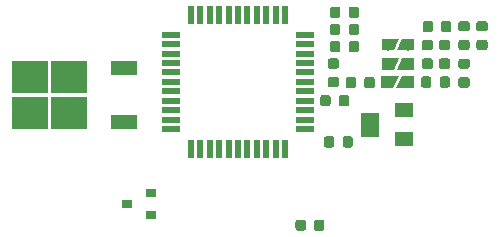
<source format=gbr>
G04 #@! TF.GenerationSoftware,KiCad,Pcbnew,(6.0.0-rc1-dev-950-ga5c892d9c)*
G04 #@! TF.CreationDate,2018-10-25T20:30:48+02:00*
G04 #@! TF.ProjectId,adc_7seg_v0,6164635F377365675F76302E6B696361,rev?*
G04 #@! TF.SameCoordinates,Original*
G04 #@! TF.FileFunction,Paste,Bot*
G04 #@! TF.FilePolarity,Positive*
%FSLAX46Y46*%
G04 Gerber Fmt 4.6, Leading zero omitted, Abs format (unit mm)*
G04 Created by KiCad (PCBNEW (6.0.0-rc1-dev-950-ga5c892d9c)) date 25.10.2018 20:30:48*
%MOMM*%
%LPD*%
G01*
G04 APERTURE LIST*
%ADD10R,0.900000X0.800000*%
%ADD11R,1.600000X1.300000*%
%ADD12R,1.600000X2.000000*%
%ADD13C,0.894426*%
%ADD14C,0.100000*%
%ADD15C,1.000000*%
%ADD16R,0.550000X1.500000*%
%ADD17R,1.500000X0.550000*%
%ADD18R,2.200000X1.200000*%
%ADD19R,3.050000X2.750000*%
%ADD20C,0.875000*%
G04 APERTURE END LIST*
D10*
G04 #@! TO.C,Q1*
X177593500Y-99888000D03*
X177593500Y-101788000D03*
X175593500Y-100838000D03*
G04 #@! TD*
D11*
G04 #@! TO.C,RV1*
X199062000Y-92857000D03*
D12*
X196162000Y-94107000D03*
D11*
X199062000Y-95357000D03*
G04 #@! TD*
D13*
G04 #@! TO.C,JP3*
X199151400Y-87325200D03*
D14*
G36*
X199401400Y-86825200D02*
X199901400Y-87825200D01*
X198401400Y-87825200D01*
X198901400Y-86825200D01*
X199401400Y-86825200D01*
X199401400Y-86825200D01*
G37*
D13*
X197901400Y-87325200D03*
D14*
G36*
X197651400Y-87825200D02*
X197151400Y-86825200D01*
X198651400Y-86825200D01*
X198151400Y-87825200D01*
X197651400Y-87825200D01*
X197651400Y-87825200D01*
G37*
D15*
X199401400Y-87325200D03*
D14*
G36*
X199901400Y-86825200D02*
X199901400Y-87825200D01*
X198901400Y-87825200D01*
X198901400Y-86825200D01*
X199901400Y-86825200D01*
X199901400Y-86825200D01*
G37*
D15*
X197651400Y-87325200D03*
D14*
G36*
X198151400Y-86825200D02*
X198151400Y-87825200D01*
X197151400Y-87825200D01*
X197151400Y-86825200D01*
X198151400Y-86825200D01*
X198151400Y-86825200D01*
G37*
G04 #@! TD*
D13*
G04 #@! TO.C,JP2*
X199151400Y-88976200D03*
D14*
G36*
X199401400Y-88476200D02*
X199901400Y-89476200D01*
X198401400Y-89476200D01*
X198901400Y-88476200D01*
X199401400Y-88476200D01*
X199401400Y-88476200D01*
G37*
D13*
X197901400Y-88976200D03*
D14*
G36*
X197651400Y-89476200D02*
X197151400Y-88476200D01*
X198651400Y-88476200D01*
X198151400Y-89476200D01*
X197651400Y-89476200D01*
X197651400Y-89476200D01*
G37*
D15*
X199401400Y-88976200D03*
D14*
G36*
X199901400Y-88476200D02*
X199901400Y-89476200D01*
X198901400Y-89476200D01*
X198901400Y-88476200D01*
X199901400Y-88476200D01*
X199901400Y-88476200D01*
G37*
D15*
X197651400Y-88976200D03*
D14*
G36*
X198151400Y-88476200D02*
X198151400Y-89476200D01*
X197151400Y-89476200D01*
X197151400Y-88476200D01*
X198151400Y-88476200D01*
X198151400Y-88476200D01*
G37*
G04 #@! TD*
D13*
G04 #@! TO.C,JP1*
X199087900Y-90500200D03*
D14*
G36*
X199337900Y-90000200D02*
X199837900Y-91000200D01*
X198337900Y-91000200D01*
X198837900Y-90000200D01*
X199337900Y-90000200D01*
X199337900Y-90000200D01*
G37*
D13*
X197837900Y-90500200D03*
D14*
G36*
X197587900Y-91000200D02*
X197087900Y-90000200D01*
X198587900Y-90000200D01*
X198087900Y-91000200D01*
X197587900Y-91000200D01*
X197587900Y-91000200D01*
G37*
D15*
X199337900Y-90500200D03*
D14*
G36*
X199837900Y-90000200D02*
X199837900Y-91000200D01*
X198837900Y-91000200D01*
X198837900Y-90000200D01*
X199837900Y-90000200D01*
X199837900Y-90000200D01*
G37*
D15*
X197587900Y-90500200D03*
D14*
G36*
X198087900Y-90000200D02*
X198087900Y-91000200D01*
X197087900Y-91000200D01*
X197087900Y-90000200D01*
X198087900Y-90000200D01*
X198087900Y-90000200D01*
G37*
G04 #@! TD*
D16*
G04 #@! TO.C,U2*
X188975500Y-96187500D03*
X188175500Y-96187500D03*
X187375500Y-96187500D03*
X186575500Y-96187500D03*
X185775500Y-96187500D03*
X184975500Y-96187500D03*
X184175500Y-96187500D03*
X183375500Y-96187500D03*
X182575500Y-96187500D03*
X181775500Y-96187500D03*
X180975500Y-96187500D03*
D17*
X179275500Y-94487500D03*
X179275500Y-93687500D03*
X179275500Y-92887500D03*
X179275500Y-92087500D03*
X179275500Y-91287500D03*
X179275500Y-90487500D03*
X179275500Y-89687500D03*
X179275500Y-88887500D03*
X179275500Y-88087500D03*
X179275500Y-87287500D03*
X179275500Y-86487500D03*
D16*
X180975500Y-84787500D03*
X181775500Y-84787500D03*
X182575500Y-84787500D03*
X183375500Y-84787500D03*
X184175500Y-84787500D03*
X184975500Y-84787500D03*
X185775500Y-84787500D03*
X186575500Y-84787500D03*
X187375500Y-84787500D03*
X188175500Y-84787500D03*
X188975500Y-84787500D03*
D17*
X190675500Y-86487500D03*
X190675500Y-87287500D03*
X190675500Y-88087500D03*
X190675500Y-88887500D03*
X190675500Y-89687500D03*
X190675500Y-90487500D03*
X190675500Y-91287500D03*
X190675500Y-92087500D03*
X190675500Y-92887500D03*
X190675500Y-93687500D03*
X190675500Y-94487500D03*
G04 #@! TD*
D18*
G04 #@! TO.C,U1*
X175337000Y-89287000D03*
X175337000Y-93847000D03*
D19*
X167362000Y-93092000D03*
X170712000Y-90042000D03*
X167362000Y-90042000D03*
X170712000Y-93092000D03*
G04 #@! TD*
D14*
G04 #@! TO.C,R13*
G36*
X194512191Y-95093553D02*
X194533426Y-95096703D01*
X194554250Y-95101919D01*
X194574462Y-95109151D01*
X194593868Y-95118330D01*
X194612281Y-95129366D01*
X194629524Y-95142154D01*
X194645430Y-95156570D01*
X194659846Y-95172476D01*
X194672634Y-95189719D01*
X194683670Y-95208132D01*
X194692849Y-95227538D01*
X194700081Y-95247750D01*
X194705297Y-95268574D01*
X194708447Y-95289809D01*
X194709500Y-95311250D01*
X194709500Y-95823750D01*
X194708447Y-95845191D01*
X194705297Y-95866426D01*
X194700081Y-95887250D01*
X194692849Y-95907462D01*
X194683670Y-95926868D01*
X194672634Y-95945281D01*
X194659846Y-95962524D01*
X194645430Y-95978430D01*
X194629524Y-95992846D01*
X194612281Y-96005634D01*
X194593868Y-96016670D01*
X194574462Y-96025849D01*
X194554250Y-96033081D01*
X194533426Y-96038297D01*
X194512191Y-96041447D01*
X194490750Y-96042500D01*
X194053250Y-96042500D01*
X194031809Y-96041447D01*
X194010574Y-96038297D01*
X193989750Y-96033081D01*
X193969538Y-96025849D01*
X193950132Y-96016670D01*
X193931719Y-96005634D01*
X193914476Y-95992846D01*
X193898570Y-95978430D01*
X193884154Y-95962524D01*
X193871366Y-95945281D01*
X193860330Y-95926868D01*
X193851151Y-95907462D01*
X193843919Y-95887250D01*
X193838703Y-95866426D01*
X193835553Y-95845191D01*
X193834500Y-95823750D01*
X193834500Y-95311250D01*
X193835553Y-95289809D01*
X193838703Y-95268574D01*
X193843919Y-95247750D01*
X193851151Y-95227538D01*
X193860330Y-95208132D01*
X193871366Y-95189719D01*
X193884154Y-95172476D01*
X193898570Y-95156570D01*
X193914476Y-95142154D01*
X193931719Y-95129366D01*
X193950132Y-95118330D01*
X193969538Y-95109151D01*
X193989750Y-95101919D01*
X194010574Y-95096703D01*
X194031809Y-95093553D01*
X194053250Y-95092500D01*
X194490750Y-95092500D01*
X194512191Y-95093553D01*
X194512191Y-95093553D01*
G37*
D20*
X194272000Y-95567500D03*
D14*
G36*
X192937191Y-95093553D02*
X192958426Y-95096703D01*
X192979250Y-95101919D01*
X192999462Y-95109151D01*
X193018868Y-95118330D01*
X193037281Y-95129366D01*
X193054524Y-95142154D01*
X193070430Y-95156570D01*
X193084846Y-95172476D01*
X193097634Y-95189719D01*
X193108670Y-95208132D01*
X193117849Y-95227538D01*
X193125081Y-95247750D01*
X193130297Y-95268574D01*
X193133447Y-95289809D01*
X193134500Y-95311250D01*
X193134500Y-95823750D01*
X193133447Y-95845191D01*
X193130297Y-95866426D01*
X193125081Y-95887250D01*
X193117849Y-95907462D01*
X193108670Y-95926868D01*
X193097634Y-95945281D01*
X193084846Y-95962524D01*
X193070430Y-95978430D01*
X193054524Y-95992846D01*
X193037281Y-96005634D01*
X193018868Y-96016670D01*
X192999462Y-96025849D01*
X192979250Y-96033081D01*
X192958426Y-96038297D01*
X192937191Y-96041447D01*
X192915750Y-96042500D01*
X192478250Y-96042500D01*
X192456809Y-96041447D01*
X192435574Y-96038297D01*
X192414750Y-96033081D01*
X192394538Y-96025849D01*
X192375132Y-96016670D01*
X192356719Y-96005634D01*
X192339476Y-95992846D01*
X192323570Y-95978430D01*
X192309154Y-95962524D01*
X192296366Y-95945281D01*
X192285330Y-95926868D01*
X192276151Y-95907462D01*
X192268919Y-95887250D01*
X192263703Y-95866426D01*
X192260553Y-95845191D01*
X192259500Y-95823750D01*
X192259500Y-95311250D01*
X192260553Y-95289809D01*
X192263703Y-95268574D01*
X192268919Y-95247750D01*
X192276151Y-95227538D01*
X192285330Y-95208132D01*
X192296366Y-95189719D01*
X192309154Y-95172476D01*
X192323570Y-95156570D01*
X192339476Y-95142154D01*
X192356719Y-95129366D01*
X192375132Y-95118330D01*
X192394538Y-95109151D01*
X192414750Y-95101919D01*
X192435574Y-95096703D01*
X192456809Y-95093553D01*
X192478250Y-95092500D01*
X192915750Y-95092500D01*
X192937191Y-95093553D01*
X192937191Y-95093553D01*
G37*
D20*
X192697000Y-95567500D03*
G04 #@! TD*
D14*
G04 #@! TO.C,R12*
G36*
X190524191Y-102142053D02*
X190545426Y-102145203D01*
X190566250Y-102150419D01*
X190586462Y-102157651D01*
X190605868Y-102166830D01*
X190624281Y-102177866D01*
X190641524Y-102190654D01*
X190657430Y-102205070D01*
X190671846Y-102220976D01*
X190684634Y-102238219D01*
X190695670Y-102256632D01*
X190704849Y-102276038D01*
X190712081Y-102296250D01*
X190717297Y-102317074D01*
X190720447Y-102338309D01*
X190721500Y-102359750D01*
X190721500Y-102872250D01*
X190720447Y-102893691D01*
X190717297Y-102914926D01*
X190712081Y-102935750D01*
X190704849Y-102955962D01*
X190695670Y-102975368D01*
X190684634Y-102993781D01*
X190671846Y-103011024D01*
X190657430Y-103026930D01*
X190641524Y-103041346D01*
X190624281Y-103054134D01*
X190605868Y-103065170D01*
X190586462Y-103074349D01*
X190566250Y-103081581D01*
X190545426Y-103086797D01*
X190524191Y-103089947D01*
X190502750Y-103091000D01*
X190065250Y-103091000D01*
X190043809Y-103089947D01*
X190022574Y-103086797D01*
X190001750Y-103081581D01*
X189981538Y-103074349D01*
X189962132Y-103065170D01*
X189943719Y-103054134D01*
X189926476Y-103041346D01*
X189910570Y-103026930D01*
X189896154Y-103011024D01*
X189883366Y-102993781D01*
X189872330Y-102975368D01*
X189863151Y-102955962D01*
X189855919Y-102935750D01*
X189850703Y-102914926D01*
X189847553Y-102893691D01*
X189846500Y-102872250D01*
X189846500Y-102359750D01*
X189847553Y-102338309D01*
X189850703Y-102317074D01*
X189855919Y-102296250D01*
X189863151Y-102276038D01*
X189872330Y-102256632D01*
X189883366Y-102238219D01*
X189896154Y-102220976D01*
X189910570Y-102205070D01*
X189926476Y-102190654D01*
X189943719Y-102177866D01*
X189962132Y-102166830D01*
X189981538Y-102157651D01*
X190001750Y-102150419D01*
X190022574Y-102145203D01*
X190043809Y-102142053D01*
X190065250Y-102141000D01*
X190502750Y-102141000D01*
X190524191Y-102142053D01*
X190524191Y-102142053D01*
G37*
D20*
X190284000Y-102616000D03*
D14*
G36*
X192099191Y-102142053D02*
X192120426Y-102145203D01*
X192141250Y-102150419D01*
X192161462Y-102157651D01*
X192180868Y-102166830D01*
X192199281Y-102177866D01*
X192216524Y-102190654D01*
X192232430Y-102205070D01*
X192246846Y-102220976D01*
X192259634Y-102238219D01*
X192270670Y-102256632D01*
X192279849Y-102276038D01*
X192287081Y-102296250D01*
X192292297Y-102317074D01*
X192295447Y-102338309D01*
X192296500Y-102359750D01*
X192296500Y-102872250D01*
X192295447Y-102893691D01*
X192292297Y-102914926D01*
X192287081Y-102935750D01*
X192279849Y-102955962D01*
X192270670Y-102975368D01*
X192259634Y-102993781D01*
X192246846Y-103011024D01*
X192232430Y-103026930D01*
X192216524Y-103041346D01*
X192199281Y-103054134D01*
X192180868Y-103065170D01*
X192161462Y-103074349D01*
X192141250Y-103081581D01*
X192120426Y-103086797D01*
X192099191Y-103089947D01*
X192077750Y-103091000D01*
X191640250Y-103091000D01*
X191618809Y-103089947D01*
X191597574Y-103086797D01*
X191576750Y-103081581D01*
X191556538Y-103074349D01*
X191537132Y-103065170D01*
X191518719Y-103054134D01*
X191501476Y-103041346D01*
X191485570Y-103026930D01*
X191471154Y-103011024D01*
X191458366Y-102993781D01*
X191447330Y-102975368D01*
X191438151Y-102955962D01*
X191430919Y-102935750D01*
X191425703Y-102914926D01*
X191422553Y-102893691D01*
X191421500Y-102872250D01*
X191421500Y-102359750D01*
X191422553Y-102338309D01*
X191425703Y-102317074D01*
X191430919Y-102296250D01*
X191438151Y-102276038D01*
X191447330Y-102256632D01*
X191458366Y-102238219D01*
X191471154Y-102220976D01*
X191485570Y-102205070D01*
X191501476Y-102190654D01*
X191518719Y-102177866D01*
X191537132Y-102166830D01*
X191556538Y-102157651D01*
X191576750Y-102150419D01*
X191597574Y-102145203D01*
X191618809Y-102142053D01*
X191640250Y-102141000D01*
X192077750Y-102141000D01*
X192099191Y-102142053D01*
X192099191Y-102142053D01*
G37*
D20*
X191859000Y-102616000D03*
G04 #@! TD*
D14*
G04 #@! TO.C,R10*
G36*
X193445191Y-85568553D02*
X193466426Y-85571703D01*
X193487250Y-85576919D01*
X193507462Y-85584151D01*
X193526868Y-85593330D01*
X193545281Y-85604366D01*
X193562524Y-85617154D01*
X193578430Y-85631570D01*
X193592846Y-85647476D01*
X193605634Y-85664719D01*
X193616670Y-85683132D01*
X193625849Y-85702538D01*
X193633081Y-85722750D01*
X193638297Y-85743574D01*
X193641447Y-85764809D01*
X193642500Y-85786250D01*
X193642500Y-86298750D01*
X193641447Y-86320191D01*
X193638297Y-86341426D01*
X193633081Y-86362250D01*
X193625849Y-86382462D01*
X193616670Y-86401868D01*
X193605634Y-86420281D01*
X193592846Y-86437524D01*
X193578430Y-86453430D01*
X193562524Y-86467846D01*
X193545281Y-86480634D01*
X193526868Y-86491670D01*
X193507462Y-86500849D01*
X193487250Y-86508081D01*
X193466426Y-86513297D01*
X193445191Y-86516447D01*
X193423750Y-86517500D01*
X192986250Y-86517500D01*
X192964809Y-86516447D01*
X192943574Y-86513297D01*
X192922750Y-86508081D01*
X192902538Y-86500849D01*
X192883132Y-86491670D01*
X192864719Y-86480634D01*
X192847476Y-86467846D01*
X192831570Y-86453430D01*
X192817154Y-86437524D01*
X192804366Y-86420281D01*
X192793330Y-86401868D01*
X192784151Y-86382462D01*
X192776919Y-86362250D01*
X192771703Y-86341426D01*
X192768553Y-86320191D01*
X192767500Y-86298750D01*
X192767500Y-85786250D01*
X192768553Y-85764809D01*
X192771703Y-85743574D01*
X192776919Y-85722750D01*
X192784151Y-85702538D01*
X192793330Y-85683132D01*
X192804366Y-85664719D01*
X192817154Y-85647476D01*
X192831570Y-85631570D01*
X192847476Y-85617154D01*
X192864719Y-85604366D01*
X192883132Y-85593330D01*
X192902538Y-85584151D01*
X192922750Y-85576919D01*
X192943574Y-85571703D01*
X192964809Y-85568553D01*
X192986250Y-85567500D01*
X193423750Y-85567500D01*
X193445191Y-85568553D01*
X193445191Y-85568553D01*
G37*
D20*
X193205000Y-86042500D03*
D14*
G36*
X195020191Y-85568553D02*
X195041426Y-85571703D01*
X195062250Y-85576919D01*
X195082462Y-85584151D01*
X195101868Y-85593330D01*
X195120281Y-85604366D01*
X195137524Y-85617154D01*
X195153430Y-85631570D01*
X195167846Y-85647476D01*
X195180634Y-85664719D01*
X195191670Y-85683132D01*
X195200849Y-85702538D01*
X195208081Y-85722750D01*
X195213297Y-85743574D01*
X195216447Y-85764809D01*
X195217500Y-85786250D01*
X195217500Y-86298750D01*
X195216447Y-86320191D01*
X195213297Y-86341426D01*
X195208081Y-86362250D01*
X195200849Y-86382462D01*
X195191670Y-86401868D01*
X195180634Y-86420281D01*
X195167846Y-86437524D01*
X195153430Y-86453430D01*
X195137524Y-86467846D01*
X195120281Y-86480634D01*
X195101868Y-86491670D01*
X195082462Y-86500849D01*
X195062250Y-86508081D01*
X195041426Y-86513297D01*
X195020191Y-86516447D01*
X194998750Y-86517500D01*
X194561250Y-86517500D01*
X194539809Y-86516447D01*
X194518574Y-86513297D01*
X194497750Y-86508081D01*
X194477538Y-86500849D01*
X194458132Y-86491670D01*
X194439719Y-86480634D01*
X194422476Y-86467846D01*
X194406570Y-86453430D01*
X194392154Y-86437524D01*
X194379366Y-86420281D01*
X194368330Y-86401868D01*
X194359151Y-86382462D01*
X194351919Y-86362250D01*
X194346703Y-86341426D01*
X194343553Y-86320191D01*
X194342500Y-86298750D01*
X194342500Y-85786250D01*
X194343553Y-85764809D01*
X194346703Y-85743574D01*
X194351919Y-85722750D01*
X194359151Y-85702538D01*
X194368330Y-85683132D01*
X194379366Y-85664719D01*
X194392154Y-85647476D01*
X194406570Y-85631570D01*
X194422476Y-85617154D01*
X194439719Y-85604366D01*
X194458132Y-85593330D01*
X194477538Y-85584151D01*
X194497750Y-85576919D01*
X194518574Y-85571703D01*
X194539809Y-85568553D01*
X194561250Y-85567500D01*
X194998750Y-85567500D01*
X195020191Y-85568553D01*
X195020191Y-85568553D01*
G37*
D20*
X194780000Y-86042500D03*
G04 #@! TD*
D14*
G04 #@! TO.C,R8*
G36*
X194778691Y-90077053D02*
X194799926Y-90080203D01*
X194820750Y-90085419D01*
X194840962Y-90092651D01*
X194860368Y-90101830D01*
X194878781Y-90112866D01*
X194896024Y-90125654D01*
X194911930Y-90140070D01*
X194926346Y-90155976D01*
X194939134Y-90173219D01*
X194950170Y-90191632D01*
X194959349Y-90211038D01*
X194966581Y-90231250D01*
X194971797Y-90252074D01*
X194974947Y-90273309D01*
X194976000Y-90294750D01*
X194976000Y-90807250D01*
X194974947Y-90828691D01*
X194971797Y-90849926D01*
X194966581Y-90870750D01*
X194959349Y-90890962D01*
X194950170Y-90910368D01*
X194939134Y-90928781D01*
X194926346Y-90946024D01*
X194911930Y-90961930D01*
X194896024Y-90976346D01*
X194878781Y-90989134D01*
X194860368Y-91000170D01*
X194840962Y-91009349D01*
X194820750Y-91016581D01*
X194799926Y-91021797D01*
X194778691Y-91024947D01*
X194757250Y-91026000D01*
X194319750Y-91026000D01*
X194298309Y-91024947D01*
X194277074Y-91021797D01*
X194256250Y-91016581D01*
X194236038Y-91009349D01*
X194216632Y-91000170D01*
X194198219Y-90989134D01*
X194180976Y-90976346D01*
X194165070Y-90961930D01*
X194150654Y-90946024D01*
X194137866Y-90928781D01*
X194126830Y-90910368D01*
X194117651Y-90890962D01*
X194110419Y-90870750D01*
X194105203Y-90849926D01*
X194102053Y-90828691D01*
X194101000Y-90807250D01*
X194101000Y-90294750D01*
X194102053Y-90273309D01*
X194105203Y-90252074D01*
X194110419Y-90231250D01*
X194117651Y-90211038D01*
X194126830Y-90191632D01*
X194137866Y-90173219D01*
X194150654Y-90155976D01*
X194165070Y-90140070D01*
X194180976Y-90125654D01*
X194198219Y-90112866D01*
X194216632Y-90101830D01*
X194236038Y-90092651D01*
X194256250Y-90085419D01*
X194277074Y-90080203D01*
X194298309Y-90077053D01*
X194319750Y-90076000D01*
X194757250Y-90076000D01*
X194778691Y-90077053D01*
X194778691Y-90077053D01*
G37*
D20*
X194538500Y-90551000D03*
D14*
G36*
X196353691Y-90077053D02*
X196374926Y-90080203D01*
X196395750Y-90085419D01*
X196415962Y-90092651D01*
X196435368Y-90101830D01*
X196453781Y-90112866D01*
X196471024Y-90125654D01*
X196486930Y-90140070D01*
X196501346Y-90155976D01*
X196514134Y-90173219D01*
X196525170Y-90191632D01*
X196534349Y-90211038D01*
X196541581Y-90231250D01*
X196546797Y-90252074D01*
X196549947Y-90273309D01*
X196551000Y-90294750D01*
X196551000Y-90807250D01*
X196549947Y-90828691D01*
X196546797Y-90849926D01*
X196541581Y-90870750D01*
X196534349Y-90890962D01*
X196525170Y-90910368D01*
X196514134Y-90928781D01*
X196501346Y-90946024D01*
X196486930Y-90961930D01*
X196471024Y-90976346D01*
X196453781Y-90989134D01*
X196435368Y-91000170D01*
X196415962Y-91009349D01*
X196395750Y-91016581D01*
X196374926Y-91021797D01*
X196353691Y-91024947D01*
X196332250Y-91026000D01*
X195894750Y-91026000D01*
X195873309Y-91024947D01*
X195852074Y-91021797D01*
X195831250Y-91016581D01*
X195811038Y-91009349D01*
X195791632Y-91000170D01*
X195773219Y-90989134D01*
X195755976Y-90976346D01*
X195740070Y-90961930D01*
X195725654Y-90946024D01*
X195712866Y-90928781D01*
X195701830Y-90910368D01*
X195692651Y-90890962D01*
X195685419Y-90870750D01*
X195680203Y-90849926D01*
X195677053Y-90828691D01*
X195676000Y-90807250D01*
X195676000Y-90294750D01*
X195677053Y-90273309D01*
X195680203Y-90252074D01*
X195685419Y-90231250D01*
X195692651Y-90211038D01*
X195701830Y-90191632D01*
X195712866Y-90173219D01*
X195725654Y-90155976D01*
X195740070Y-90140070D01*
X195755976Y-90125654D01*
X195773219Y-90112866D01*
X195791632Y-90101830D01*
X195811038Y-90092651D01*
X195831250Y-90085419D01*
X195852074Y-90080203D01*
X195873309Y-90077053D01*
X195894750Y-90076000D01*
X196332250Y-90076000D01*
X196353691Y-90077053D01*
X196353691Y-90077053D01*
G37*
D20*
X196113500Y-90551000D03*
G04 #@! TD*
D14*
G04 #@! TO.C,R7*
G36*
X202856091Y-85327253D02*
X202877326Y-85330403D01*
X202898150Y-85335619D01*
X202918362Y-85342851D01*
X202937768Y-85352030D01*
X202956181Y-85363066D01*
X202973424Y-85375854D01*
X202989330Y-85390270D01*
X203003746Y-85406176D01*
X203016534Y-85423419D01*
X203027570Y-85441832D01*
X203036749Y-85461238D01*
X203043981Y-85481450D01*
X203049197Y-85502274D01*
X203052347Y-85523509D01*
X203053400Y-85544950D01*
X203053400Y-86057450D01*
X203052347Y-86078891D01*
X203049197Y-86100126D01*
X203043981Y-86120950D01*
X203036749Y-86141162D01*
X203027570Y-86160568D01*
X203016534Y-86178981D01*
X203003746Y-86196224D01*
X202989330Y-86212130D01*
X202973424Y-86226546D01*
X202956181Y-86239334D01*
X202937768Y-86250370D01*
X202918362Y-86259549D01*
X202898150Y-86266781D01*
X202877326Y-86271997D01*
X202856091Y-86275147D01*
X202834650Y-86276200D01*
X202397150Y-86276200D01*
X202375709Y-86275147D01*
X202354474Y-86271997D01*
X202333650Y-86266781D01*
X202313438Y-86259549D01*
X202294032Y-86250370D01*
X202275619Y-86239334D01*
X202258376Y-86226546D01*
X202242470Y-86212130D01*
X202228054Y-86196224D01*
X202215266Y-86178981D01*
X202204230Y-86160568D01*
X202195051Y-86141162D01*
X202187819Y-86120950D01*
X202182603Y-86100126D01*
X202179453Y-86078891D01*
X202178400Y-86057450D01*
X202178400Y-85544950D01*
X202179453Y-85523509D01*
X202182603Y-85502274D01*
X202187819Y-85481450D01*
X202195051Y-85461238D01*
X202204230Y-85441832D01*
X202215266Y-85423419D01*
X202228054Y-85406176D01*
X202242470Y-85390270D01*
X202258376Y-85375854D01*
X202275619Y-85363066D01*
X202294032Y-85352030D01*
X202313438Y-85342851D01*
X202333650Y-85335619D01*
X202354474Y-85330403D01*
X202375709Y-85327253D01*
X202397150Y-85326200D01*
X202834650Y-85326200D01*
X202856091Y-85327253D01*
X202856091Y-85327253D01*
G37*
D20*
X202615900Y-85801200D03*
D14*
G36*
X201281091Y-85327253D02*
X201302326Y-85330403D01*
X201323150Y-85335619D01*
X201343362Y-85342851D01*
X201362768Y-85352030D01*
X201381181Y-85363066D01*
X201398424Y-85375854D01*
X201414330Y-85390270D01*
X201428746Y-85406176D01*
X201441534Y-85423419D01*
X201452570Y-85441832D01*
X201461749Y-85461238D01*
X201468981Y-85481450D01*
X201474197Y-85502274D01*
X201477347Y-85523509D01*
X201478400Y-85544950D01*
X201478400Y-86057450D01*
X201477347Y-86078891D01*
X201474197Y-86100126D01*
X201468981Y-86120950D01*
X201461749Y-86141162D01*
X201452570Y-86160568D01*
X201441534Y-86178981D01*
X201428746Y-86196224D01*
X201414330Y-86212130D01*
X201398424Y-86226546D01*
X201381181Y-86239334D01*
X201362768Y-86250370D01*
X201343362Y-86259549D01*
X201323150Y-86266781D01*
X201302326Y-86271997D01*
X201281091Y-86275147D01*
X201259650Y-86276200D01*
X200822150Y-86276200D01*
X200800709Y-86275147D01*
X200779474Y-86271997D01*
X200758650Y-86266781D01*
X200738438Y-86259549D01*
X200719032Y-86250370D01*
X200700619Y-86239334D01*
X200683376Y-86226546D01*
X200667470Y-86212130D01*
X200653054Y-86196224D01*
X200640266Y-86178981D01*
X200629230Y-86160568D01*
X200620051Y-86141162D01*
X200612819Y-86120950D01*
X200607603Y-86100126D01*
X200604453Y-86078891D01*
X200603400Y-86057450D01*
X200603400Y-85544950D01*
X200604453Y-85523509D01*
X200607603Y-85502274D01*
X200612819Y-85481450D01*
X200620051Y-85461238D01*
X200629230Y-85441832D01*
X200640266Y-85423419D01*
X200653054Y-85406176D01*
X200667470Y-85390270D01*
X200683376Y-85375854D01*
X200700619Y-85363066D01*
X200719032Y-85352030D01*
X200738438Y-85342851D01*
X200758650Y-85335619D01*
X200779474Y-85330403D01*
X200800709Y-85327253D01*
X200822150Y-85326200D01*
X201259650Y-85326200D01*
X201281091Y-85327253D01*
X201281091Y-85327253D01*
G37*
D20*
X201040900Y-85801200D03*
G04 #@! TD*
D14*
G04 #@! TO.C,R6*
G36*
X205916091Y-86914253D02*
X205937326Y-86917403D01*
X205958150Y-86922619D01*
X205978362Y-86929851D01*
X205997768Y-86939030D01*
X206016181Y-86950066D01*
X206033424Y-86962854D01*
X206049330Y-86977270D01*
X206063746Y-86993176D01*
X206076534Y-87010419D01*
X206087570Y-87028832D01*
X206096749Y-87048238D01*
X206103981Y-87068450D01*
X206109197Y-87089274D01*
X206112347Y-87110509D01*
X206113400Y-87131950D01*
X206113400Y-87569450D01*
X206112347Y-87590891D01*
X206109197Y-87612126D01*
X206103981Y-87632950D01*
X206096749Y-87653162D01*
X206087570Y-87672568D01*
X206076534Y-87690981D01*
X206063746Y-87708224D01*
X206049330Y-87724130D01*
X206033424Y-87738546D01*
X206016181Y-87751334D01*
X205997768Y-87762370D01*
X205978362Y-87771549D01*
X205958150Y-87778781D01*
X205937326Y-87783997D01*
X205916091Y-87787147D01*
X205894650Y-87788200D01*
X205382150Y-87788200D01*
X205360709Y-87787147D01*
X205339474Y-87783997D01*
X205318650Y-87778781D01*
X205298438Y-87771549D01*
X205279032Y-87762370D01*
X205260619Y-87751334D01*
X205243376Y-87738546D01*
X205227470Y-87724130D01*
X205213054Y-87708224D01*
X205200266Y-87690981D01*
X205189230Y-87672568D01*
X205180051Y-87653162D01*
X205172819Y-87632950D01*
X205167603Y-87612126D01*
X205164453Y-87590891D01*
X205163400Y-87569450D01*
X205163400Y-87131950D01*
X205164453Y-87110509D01*
X205167603Y-87089274D01*
X205172819Y-87068450D01*
X205180051Y-87048238D01*
X205189230Y-87028832D01*
X205200266Y-87010419D01*
X205213054Y-86993176D01*
X205227470Y-86977270D01*
X205243376Y-86962854D01*
X205260619Y-86950066D01*
X205279032Y-86939030D01*
X205298438Y-86929851D01*
X205318650Y-86922619D01*
X205339474Y-86917403D01*
X205360709Y-86914253D01*
X205382150Y-86913200D01*
X205894650Y-86913200D01*
X205916091Y-86914253D01*
X205916091Y-86914253D01*
G37*
D20*
X205638400Y-87350700D03*
D14*
G36*
X205916091Y-85339253D02*
X205937326Y-85342403D01*
X205958150Y-85347619D01*
X205978362Y-85354851D01*
X205997768Y-85364030D01*
X206016181Y-85375066D01*
X206033424Y-85387854D01*
X206049330Y-85402270D01*
X206063746Y-85418176D01*
X206076534Y-85435419D01*
X206087570Y-85453832D01*
X206096749Y-85473238D01*
X206103981Y-85493450D01*
X206109197Y-85514274D01*
X206112347Y-85535509D01*
X206113400Y-85556950D01*
X206113400Y-85994450D01*
X206112347Y-86015891D01*
X206109197Y-86037126D01*
X206103981Y-86057950D01*
X206096749Y-86078162D01*
X206087570Y-86097568D01*
X206076534Y-86115981D01*
X206063746Y-86133224D01*
X206049330Y-86149130D01*
X206033424Y-86163546D01*
X206016181Y-86176334D01*
X205997768Y-86187370D01*
X205978362Y-86196549D01*
X205958150Y-86203781D01*
X205937326Y-86208997D01*
X205916091Y-86212147D01*
X205894650Y-86213200D01*
X205382150Y-86213200D01*
X205360709Y-86212147D01*
X205339474Y-86208997D01*
X205318650Y-86203781D01*
X205298438Y-86196549D01*
X205279032Y-86187370D01*
X205260619Y-86176334D01*
X205243376Y-86163546D01*
X205227470Y-86149130D01*
X205213054Y-86133224D01*
X205200266Y-86115981D01*
X205189230Y-86097568D01*
X205180051Y-86078162D01*
X205172819Y-86057950D01*
X205167603Y-86037126D01*
X205164453Y-86015891D01*
X205163400Y-85994450D01*
X205163400Y-85556950D01*
X205164453Y-85535509D01*
X205167603Y-85514274D01*
X205172819Y-85493450D01*
X205180051Y-85473238D01*
X205189230Y-85453832D01*
X205200266Y-85435419D01*
X205213054Y-85418176D01*
X205227470Y-85402270D01*
X205243376Y-85387854D01*
X205260619Y-85375066D01*
X205279032Y-85364030D01*
X205298438Y-85354851D01*
X205318650Y-85347619D01*
X205339474Y-85342403D01*
X205360709Y-85339253D01*
X205382150Y-85338200D01*
X205894650Y-85338200D01*
X205916091Y-85339253D01*
X205916091Y-85339253D01*
G37*
D20*
X205638400Y-85775700D03*
G04 #@! TD*
D14*
G04 #@! TO.C,R5*
G36*
X201280591Y-88501753D02*
X201301826Y-88504903D01*
X201322650Y-88510119D01*
X201342862Y-88517351D01*
X201362268Y-88526530D01*
X201380681Y-88537566D01*
X201397924Y-88550354D01*
X201413830Y-88564770D01*
X201428246Y-88580676D01*
X201441034Y-88597919D01*
X201452070Y-88616332D01*
X201461249Y-88635738D01*
X201468481Y-88655950D01*
X201473697Y-88676774D01*
X201476847Y-88698009D01*
X201477900Y-88719450D01*
X201477900Y-89156950D01*
X201476847Y-89178391D01*
X201473697Y-89199626D01*
X201468481Y-89220450D01*
X201461249Y-89240662D01*
X201452070Y-89260068D01*
X201441034Y-89278481D01*
X201428246Y-89295724D01*
X201413830Y-89311630D01*
X201397924Y-89326046D01*
X201380681Y-89338834D01*
X201362268Y-89349870D01*
X201342862Y-89359049D01*
X201322650Y-89366281D01*
X201301826Y-89371497D01*
X201280591Y-89374647D01*
X201259150Y-89375700D01*
X200746650Y-89375700D01*
X200725209Y-89374647D01*
X200703974Y-89371497D01*
X200683150Y-89366281D01*
X200662938Y-89359049D01*
X200643532Y-89349870D01*
X200625119Y-89338834D01*
X200607876Y-89326046D01*
X200591970Y-89311630D01*
X200577554Y-89295724D01*
X200564766Y-89278481D01*
X200553730Y-89260068D01*
X200544551Y-89240662D01*
X200537319Y-89220450D01*
X200532103Y-89199626D01*
X200528953Y-89178391D01*
X200527900Y-89156950D01*
X200527900Y-88719450D01*
X200528953Y-88698009D01*
X200532103Y-88676774D01*
X200537319Y-88655950D01*
X200544551Y-88635738D01*
X200553730Y-88616332D01*
X200564766Y-88597919D01*
X200577554Y-88580676D01*
X200591970Y-88564770D01*
X200607876Y-88550354D01*
X200625119Y-88537566D01*
X200643532Y-88526530D01*
X200662938Y-88517351D01*
X200683150Y-88510119D01*
X200703974Y-88504903D01*
X200725209Y-88501753D01*
X200746650Y-88500700D01*
X201259150Y-88500700D01*
X201280591Y-88501753D01*
X201280591Y-88501753D01*
G37*
D20*
X201002900Y-88938200D03*
D14*
G36*
X201280591Y-86926753D02*
X201301826Y-86929903D01*
X201322650Y-86935119D01*
X201342862Y-86942351D01*
X201362268Y-86951530D01*
X201380681Y-86962566D01*
X201397924Y-86975354D01*
X201413830Y-86989770D01*
X201428246Y-87005676D01*
X201441034Y-87022919D01*
X201452070Y-87041332D01*
X201461249Y-87060738D01*
X201468481Y-87080950D01*
X201473697Y-87101774D01*
X201476847Y-87123009D01*
X201477900Y-87144450D01*
X201477900Y-87581950D01*
X201476847Y-87603391D01*
X201473697Y-87624626D01*
X201468481Y-87645450D01*
X201461249Y-87665662D01*
X201452070Y-87685068D01*
X201441034Y-87703481D01*
X201428246Y-87720724D01*
X201413830Y-87736630D01*
X201397924Y-87751046D01*
X201380681Y-87763834D01*
X201362268Y-87774870D01*
X201342862Y-87784049D01*
X201322650Y-87791281D01*
X201301826Y-87796497D01*
X201280591Y-87799647D01*
X201259150Y-87800700D01*
X200746650Y-87800700D01*
X200725209Y-87799647D01*
X200703974Y-87796497D01*
X200683150Y-87791281D01*
X200662938Y-87784049D01*
X200643532Y-87774870D01*
X200625119Y-87763834D01*
X200607876Y-87751046D01*
X200591970Y-87736630D01*
X200577554Y-87720724D01*
X200564766Y-87703481D01*
X200553730Y-87685068D01*
X200544551Y-87665662D01*
X200537319Y-87645450D01*
X200532103Y-87624626D01*
X200528953Y-87603391D01*
X200527900Y-87581950D01*
X200527900Y-87144450D01*
X200528953Y-87123009D01*
X200532103Y-87101774D01*
X200537319Y-87080950D01*
X200544551Y-87060738D01*
X200553730Y-87041332D01*
X200564766Y-87022919D01*
X200577554Y-87005676D01*
X200591970Y-86989770D01*
X200607876Y-86975354D01*
X200625119Y-86962566D01*
X200643532Y-86951530D01*
X200662938Y-86942351D01*
X200683150Y-86935119D01*
X200703974Y-86929903D01*
X200725209Y-86926753D01*
X200746650Y-86925700D01*
X201259150Y-86925700D01*
X201280591Y-86926753D01*
X201280591Y-86926753D01*
G37*
D20*
X201002900Y-87363200D03*
G04 #@! TD*
D14*
G04 #@! TO.C,R4*
G36*
X204392091Y-90089253D02*
X204413326Y-90092403D01*
X204434150Y-90097619D01*
X204454362Y-90104851D01*
X204473768Y-90114030D01*
X204492181Y-90125066D01*
X204509424Y-90137854D01*
X204525330Y-90152270D01*
X204539746Y-90168176D01*
X204552534Y-90185419D01*
X204563570Y-90203832D01*
X204572749Y-90223238D01*
X204579981Y-90243450D01*
X204585197Y-90264274D01*
X204588347Y-90285509D01*
X204589400Y-90306950D01*
X204589400Y-90744450D01*
X204588347Y-90765891D01*
X204585197Y-90787126D01*
X204579981Y-90807950D01*
X204572749Y-90828162D01*
X204563570Y-90847568D01*
X204552534Y-90865981D01*
X204539746Y-90883224D01*
X204525330Y-90899130D01*
X204509424Y-90913546D01*
X204492181Y-90926334D01*
X204473768Y-90937370D01*
X204454362Y-90946549D01*
X204434150Y-90953781D01*
X204413326Y-90958997D01*
X204392091Y-90962147D01*
X204370650Y-90963200D01*
X203858150Y-90963200D01*
X203836709Y-90962147D01*
X203815474Y-90958997D01*
X203794650Y-90953781D01*
X203774438Y-90946549D01*
X203755032Y-90937370D01*
X203736619Y-90926334D01*
X203719376Y-90913546D01*
X203703470Y-90899130D01*
X203689054Y-90883224D01*
X203676266Y-90865981D01*
X203665230Y-90847568D01*
X203656051Y-90828162D01*
X203648819Y-90807950D01*
X203643603Y-90787126D01*
X203640453Y-90765891D01*
X203639400Y-90744450D01*
X203639400Y-90306950D01*
X203640453Y-90285509D01*
X203643603Y-90264274D01*
X203648819Y-90243450D01*
X203656051Y-90223238D01*
X203665230Y-90203832D01*
X203676266Y-90185419D01*
X203689054Y-90168176D01*
X203703470Y-90152270D01*
X203719376Y-90137854D01*
X203736619Y-90125066D01*
X203755032Y-90114030D01*
X203774438Y-90104851D01*
X203794650Y-90097619D01*
X203815474Y-90092403D01*
X203836709Y-90089253D01*
X203858150Y-90088200D01*
X204370650Y-90088200D01*
X204392091Y-90089253D01*
X204392091Y-90089253D01*
G37*
D20*
X204114400Y-90525700D03*
D14*
G36*
X204392091Y-88514253D02*
X204413326Y-88517403D01*
X204434150Y-88522619D01*
X204454362Y-88529851D01*
X204473768Y-88539030D01*
X204492181Y-88550066D01*
X204509424Y-88562854D01*
X204525330Y-88577270D01*
X204539746Y-88593176D01*
X204552534Y-88610419D01*
X204563570Y-88628832D01*
X204572749Y-88648238D01*
X204579981Y-88668450D01*
X204585197Y-88689274D01*
X204588347Y-88710509D01*
X204589400Y-88731950D01*
X204589400Y-89169450D01*
X204588347Y-89190891D01*
X204585197Y-89212126D01*
X204579981Y-89232950D01*
X204572749Y-89253162D01*
X204563570Y-89272568D01*
X204552534Y-89290981D01*
X204539746Y-89308224D01*
X204525330Y-89324130D01*
X204509424Y-89338546D01*
X204492181Y-89351334D01*
X204473768Y-89362370D01*
X204454362Y-89371549D01*
X204434150Y-89378781D01*
X204413326Y-89383997D01*
X204392091Y-89387147D01*
X204370650Y-89388200D01*
X203858150Y-89388200D01*
X203836709Y-89387147D01*
X203815474Y-89383997D01*
X203794650Y-89378781D01*
X203774438Y-89371549D01*
X203755032Y-89362370D01*
X203736619Y-89351334D01*
X203719376Y-89338546D01*
X203703470Y-89324130D01*
X203689054Y-89308224D01*
X203676266Y-89290981D01*
X203665230Y-89272568D01*
X203656051Y-89253162D01*
X203648819Y-89232950D01*
X203643603Y-89212126D01*
X203640453Y-89190891D01*
X203639400Y-89169450D01*
X203639400Y-88731950D01*
X203640453Y-88710509D01*
X203643603Y-88689274D01*
X203648819Y-88668450D01*
X203656051Y-88648238D01*
X203665230Y-88628832D01*
X203676266Y-88610419D01*
X203689054Y-88593176D01*
X203703470Y-88577270D01*
X203719376Y-88562854D01*
X203736619Y-88550066D01*
X203755032Y-88539030D01*
X203774438Y-88529851D01*
X203794650Y-88522619D01*
X203815474Y-88517403D01*
X203836709Y-88514253D01*
X203858150Y-88513200D01*
X204370650Y-88513200D01*
X204392091Y-88514253D01*
X204392091Y-88514253D01*
G37*
D20*
X204114400Y-88950700D03*
G04 #@! TD*
D14*
G04 #@! TO.C,R3*
G36*
X201154091Y-90026253D02*
X201175326Y-90029403D01*
X201196150Y-90034619D01*
X201216362Y-90041851D01*
X201235768Y-90051030D01*
X201254181Y-90062066D01*
X201271424Y-90074854D01*
X201287330Y-90089270D01*
X201301746Y-90105176D01*
X201314534Y-90122419D01*
X201325570Y-90140832D01*
X201334749Y-90160238D01*
X201341981Y-90180450D01*
X201347197Y-90201274D01*
X201350347Y-90222509D01*
X201351400Y-90243950D01*
X201351400Y-90756450D01*
X201350347Y-90777891D01*
X201347197Y-90799126D01*
X201341981Y-90819950D01*
X201334749Y-90840162D01*
X201325570Y-90859568D01*
X201314534Y-90877981D01*
X201301746Y-90895224D01*
X201287330Y-90911130D01*
X201271424Y-90925546D01*
X201254181Y-90938334D01*
X201235768Y-90949370D01*
X201216362Y-90958549D01*
X201196150Y-90965781D01*
X201175326Y-90970997D01*
X201154091Y-90974147D01*
X201132650Y-90975200D01*
X200695150Y-90975200D01*
X200673709Y-90974147D01*
X200652474Y-90970997D01*
X200631650Y-90965781D01*
X200611438Y-90958549D01*
X200592032Y-90949370D01*
X200573619Y-90938334D01*
X200556376Y-90925546D01*
X200540470Y-90911130D01*
X200526054Y-90895224D01*
X200513266Y-90877981D01*
X200502230Y-90859568D01*
X200493051Y-90840162D01*
X200485819Y-90819950D01*
X200480603Y-90799126D01*
X200477453Y-90777891D01*
X200476400Y-90756450D01*
X200476400Y-90243950D01*
X200477453Y-90222509D01*
X200480603Y-90201274D01*
X200485819Y-90180450D01*
X200493051Y-90160238D01*
X200502230Y-90140832D01*
X200513266Y-90122419D01*
X200526054Y-90105176D01*
X200540470Y-90089270D01*
X200556376Y-90074854D01*
X200573619Y-90062066D01*
X200592032Y-90051030D01*
X200611438Y-90041851D01*
X200631650Y-90034619D01*
X200652474Y-90029403D01*
X200673709Y-90026253D01*
X200695150Y-90025200D01*
X201132650Y-90025200D01*
X201154091Y-90026253D01*
X201154091Y-90026253D01*
G37*
D20*
X200913900Y-90500200D03*
D14*
G36*
X202729091Y-90026253D02*
X202750326Y-90029403D01*
X202771150Y-90034619D01*
X202791362Y-90041851D01*
X202810768Y-90051030D01*
X202829181Y-90062066D01*
X202846424Y-90074854D01*
X202862330Y-90089270D01*
X202876746Y-90105176D01*
X202889534Y-90122419D01*
X202900570Y-90140832D01*
X202909749Y-90160238D01*
X202916981Y-90180450D01*
X202922197Y-90201274D01*
X202925347Y-90222509D01*
X202926400Y-90243950D01*
X202926400Y-90756450D01*
X202925347Y-90777891D01*
X202922197Y-90799126D01*
X202916981Y-90819950D01*
X202909749Y-90840162D01*
X202900570Y-90859568D01*
X202889534Y-90877981D01*
X202876746Y-90895224D01*
X202862330Y-90911130D01*
X202846424Y-90925546D01*
X202829181Y-90938334D01*
X202810768Y-90949370D01*
X202791362Y-90958549D01*
X202771150Y-90965781D01*
X202750326Y-90970997D01*
X202729091Y-90974147D01*
X202707650Y-90975200D01*
X202270150Y-90975200D01*
X202248709Y-90974147D01*
X202227474Y-90970997D01*
X202206650Y-90965781D01*
X202186438Y-90958549D01*
X202167032Y-90949370D01*
X202148619Y-90938334D01*
X202131376Y-90925546D01*
X202115470Y-90911130D01*
X202101054Y-90895224D01*
X202088266Y-90877981D01*
X202077230Y-90859568D01*
X202068051Y-90840162D01*
X202060819Y-90819950D01*
X202055603Y-90799126D01*
X202052453Y-90777891D01*
X202051400Y-90756450D01*
X202051400Y-90243950D01*
X202052453Y-90222509D01*
X202055603Y-90201274D01*
X202060819Y-90180450D01*
X202068051Y-90160238D01*
X202077230Y-90140832D01*
X202088266Y-90122419D01*
X202101054Y-90105176D01*
X202115470Y-90089270D01*
X202131376Y-90074854D01*
X202148619Y-90062066D01*
X202167032Y-90051030D01*
X202186438Y-90041851D01*
X202206650Y-90034619D01*
X202227474Y-90029403D01*
X202248709Y-90026253D01*
X202270150Y-90025200D01*
X202707650Y-90025200D01*
X202729091Y-90026253D01*
X202729091Y-90026253D01*
G37*
D20*
X202488900Y-90500200D03*
G04 #@! TD*
D14*
G04 #@! TO.C,R2*
G36*
X204392091Y-86914253D02*
X204413326Y-86917403D01*
X204434150Y-86922619D01*
X204454362Y-86929851D01*
X204473768Y-86939030D01*
X204492181Y-86950066D01*
X204509424Y-86962854D01*
X204525330Y-86977270D01*
X204539746Y-86993176D01*
X204552534Y-87010419D01*
X204563570Y-87028832D01*
X204572749Y-87048238D01*
X204579981Y-87068450D01*
X204585197Y-87089274D01*
X204588347Y-87110509D01*
X204589400Y-87131950D01*
X204589400Y-87569450D01*
X204588347Y-87590891D01*
X204585197Y-87612126D01*
X204579981Y-87632950D01*
X204572749Y-87653162D01*
X204563570Y-87672568D01*
X204552534Y-87690981D01*
X204539746Y-87708224D01*
X204525330Y-87724130D01*
X204509424Y-87738546D01*
X204492181Y-87751334D01*
X204473768Y-87762370D01*
X204454362Y-87771549D01*
X204434150Y-87778781D01*
X204413326Y-87783997D01*
X204392091Y-87787147D01*
X204370650Y-87788200D01*
X203858150Y-87788200D01*
X203836709Y-87787147D01*
X203815474Y-87783997D01*
X203794650Y-87778781D01*
X203774438Y-87771549D01*
X203755032Y-87762370D01*
X203736619Y-87751334D01*
X203719376Y-87738546D01*
X203703470Y-87724130D01*
X203689054Y-87708224D01*
X203676266Y-87690981D01*
X203665230Y-87672568D01*
X203656051Y-87653162D01*
X203648819Y-87632950D01*
X203643603Y-87612126D01*
X203640453Y-87590891D01*
X203639400Y-87569450D01*
X203639400Y-87131950D01*
X203640453Y-87110509D01*
X203643603Y-87089274D01*
X203648819Y-87068450D01*
X203656051Y-87048238D01*
X203665230Y-87028832D01*
X203676266Y-87010419D01*
X203689054Y-86993176D01*
X203703470Y-86977270D01*
X203719376Y-86962854D01*
X203736619Y-86950066D01*
X203755032Y-86939030D01*
X203774438Y-86929851D01*
X203794650Y-86922619D01*
X203815474Y-86917403D01*
X203836709Y-86914253D01*
X203858150Y-86913200D01*
X204370650Y-86913200D01*
X204392091Y-86914253D01*
X204392091Y-86914253D01*
G37*
D20*
X204114400Y-87350700D03*
D14*
G36*
X204392091Y-85339253D02*
X204413326Y-85342403D01*
X204434150Y-85347619D01*
X204454362Y-85354851D01*
X204473768Y-85364030D01*
X204492181Y-85375066D01*
X204509424Y-85387854D01*
X204525330Y-85402270D01*
X204539746Y-85418176D01*
X204552534Y-85435419D01*
X204563570Y-85453832D01*
X204572749Y-85473238D01*
X204579981Y-85493450D01*
X204585197Y-85514274D01*
X204588347Y-85535509D01*
X204589400Y-85556950D01*
X204589400Y-85994450D01*
X204588347Y-86015891D01*
X204585197Y-86037126D01*
X204579981Y-86057950D01*
X204572749Y-86078162D01*
X204563570Y-86097568D01*
X204552534Y-86115981D01*
X204539746Y-86133224D01*
X204525330Y-86149130D01*
X204509424Y-86163546D01*
X204492181Y-86176334D01*
X204473768Y-86187370D01*
X204454362Y-86196549D01*
X204434150Y-86203781D01*
X204413326Y-86208997D01*
X204392091Y-86212147D01*
X204370650Y-86213200D01*
X203858150Y-86213200D01*
X203836709Y-86212147D01*
X203815474Y-86208997D01*
X203794650Y-86203781D01*
X203774438Y-86196549D01*
X203755032Y-86187370D01*
X203736619Y-86176334D01*
X203719376Y-86163546D01*
X203703470Y-86149130D01*
X203689054Y-86133224D01*
X203676266Y-86115981D01*
X203665230Y-86097568D01*
X203656051Y-86078162D01*
X203648819Y-86057950D01*
X203643603Y-86037126D01*
X203640453Y-86015891D01*
X203639400Y-85994450D01*
X203639400Y-85556950D01*
X203640453Y-85535509D01*
X203643603Y-85514274D01*
X203648819Y-85493450D01*
X203656051Y-85473238D01*
X203665230Y-85453832D01*
X203676266Y-85435419D01*
X203689054Y-85418176D01*
X203703470Y-85402270D01*
X203719376Y-85387854D01*
X203736619Y-85375066D01*
X203755032Y-85364030D01*
X203774438Y-85354851D01*
X203794650Y-85347619D01*
X203815474Y-85342403D01*
X203836709Y-85339253D01*
X203858150Y-85338200D01*
X204370650Y-85338200D01*
X204392091Y-85339253D01*
X204392091Y-85339253D01*
G37*
D20*
X204114400Y-85775700D03*
G04 #@! TD*
D14*
G04 #@! TO.C,R1*
G36*
X202741091Y-88501753D02*
X202762326Y-88504903D01*
X202783150Y-88510119D01*
X202803362Y-88517351D01*
X202822768Y-88526530D01*
X202841181Y-88537566D01*
X202858424Y-88550354D01*
X202874330Y-88564770D01*
X202888746Y-88580676D01*
X202901534Y-88597919D01*
X202912570Y-88616332D01*
X202921749Y-88635738D01*
X202928981Y-88655950D01*
X202934197Y-88676774D01*
X202937347Y-88698009D01*
X202938400Y-88719450D01*
X202938400Y-89156950D01*
X202937347Y-89178391D01*
X202934197Y-89199626D01*
X202928981Y-89220450D01*
X202921749Y-89240662D01*
X202912570Y-89260068D01*
X202901534Y-89278481D01*
X202888746Y-89295724D01*
X202874330Y-89311630D01*
X202858424Y-89326046D01*
X202841181Y-89338834D01*
X202822768Y-89349870D01*
X202803362Y-89359049D01*
X202783150Y-89366281D01*
X202762326Y-89371497D01*
X202741091Y-89374647D01*
X202719650Y-89375700D01*
X202207150Y-89375700D01*
X202185709Y-89374647D01*
X202164474Y-89371497D01*
X202143650Y-89366281D01*
X202123438Y-89359049D01*
X202104032Y-89349870D01*
X202085619Y-89338834D01*
X202068376Y-89326046D01*
X202052470Y-89311630D01*
X202038054Y-89295724D01*
X202025266Y-89278481D01*
X202014230Y-89260068D01*
X202005051Y-89240662D01*
X201997819Y-89220450D01*
X201992603Y-89199626D01*
X201989453Y-89178391D01*
X201988400Y-89156950D01*
X201988400Y-88719450D01*
X201989453Y-88698009D01*
X201992603Y-88676774D01*
X201997819Y-88655950D01*
X202005051Y-88635738D01*
X202014230Y-88616332D01*
X202025266Y-88597919D01*
X202038054Y-88580676D01*
X202052470Y-88564770D01*
X202068376Y-88550354D01*
X202085619Y-88537566D01*
X202104032Y-88526530D01*
X202123438Y-88517351D01*
X202143650Y-88510119D01*
X202164474Y-88504903D01*
X202185709Y-88501753D01*
X202207150Y-88500700D01*
X202719650Y-88500700D01*
X202741091Y-88501753D01*
X202741091Y-88501753D01*
G37*
D20*
X202463400Y-88938200D03*
D14*
G36*
X202741091Y-86926753D02*
X202762326Y-86929903D01*
X202783150Y-86935119D01*
X202803362Y-86942351D01*
X202822768Y-86951530D01*
X202841181Y-86962566D01*
X202858424Y-86975354D01*
X202874330Y-86989770D01*
X202888746Y-87005676D01*
X202901534Y-87022919D01*
X202912570Y-87041332D01*
X202921749Y-87060738D01*
X202928981Y-87080950D01*
X202934197Y-87101774D01*
X202937347Y-87123009D01*
X202938400Y-87144450D01*
X202938400Y-87581950D01*
X202937347Y-87603391D01*
X202934197Y-87624626D01*
X202928981Y-87645450D01*
X202921749Y-87665662D01*
X202912570Y-87685068D01*
X202901534Y-87703481D01*
X202888746Y-87720724D01*
X202874330Y-87736630D01*
X202858424Y-87751046D01*
X202841181Y-87763834D01*
X202822768Y-87774870D01*
X202803362Y-87784049D01*
X202783150Y-87791281D01*
X202762326Y-87796497D01*
X202741091Y-87799647D01*
X202719650Y-87800700D01*
X202207150Y-87800700D01*
X202185709Y-87799647D01*
X202164474Y-87796497D01*
X202143650Y-87791281D01*
X202123438Y-87784049D01*
X202104032Y-87774870D01*
X202085619Y-87763834D01*
X202068376Y-87751046D01*
X202052470Y-87736630D01*
X202038054Y-87720724D01*
X202025266Y-87703481D01*
X202014230Y-87685068D01*
X202005051Y-87665662D01*
X201997819Y-87645450D01*
X201992603Y-87624626D01*
X201989453Y-87603391D01*
X201988400Y-87581950D01*
X201988400Y-87144450D01*
X201989453Y-87123009D01*
X201992603Y-87101774D01*
X201997819Y-87080950D01*
X202005051Y-87060738D01*
X202014230Y-87041332D01*
X202025266Y-87022919D01*
X202038054Y-87005676D01*
X202052470Y-86989770D01*
X202068376Y-86975354D01*
X202085619Y-86962566D01*
X202104032Y-86951530D01*
X202123438Y-86942351D01*
X202143650Y-86935119D01*
X202164474Y-86929903D01*
X202185709Y-86926753D01*
X202207150Y-86925700D01*
X202719650Y-86925700D01*
X202741091Y-86926753D01*
X202741091Y-86926753D01*
G37*
D20*
X202463400Y-87363200D03*
G04 #@! TD*
D14*
G04 #@! TO.C,C9*
G36*
X194194691Y-91601053D02*
X194215926Y-91604203D01*
X194236750Y-91609419D01*
X194256962Y-91616651D01*
X194276368Y-91625830D01*
X194294781Y-91636866D01*
X194312024Y-91649654D01*
X194327930Y-91664070D01*
X194342346Y-91679976D01*
X194355134Y-91697219D01*
X194366170Y-91715632D01*
X194375349Y-91735038D01*
X194382581Y-91755250D01*
X194387797Y-91776074D01*
X194390947Y-91797309D01*
X194392000Y-91818750D01*
X194392000Y-92331250D01*
X194390947Y-92352691D01*
X194387797Y-92373926D01*
X194382581Y-92394750D01*
X194375349Y-92414962D01*
X194366170Y-92434368D01*
X194355134Y-92452781D01*
X194342346Y-92470024D01*
X194327930Y-92485930D01*
X194312024Y-92500346D01*
X194294781Y-92513134D01*
X194276368Y-92524170D01*
X194256962Y-92533349D01*
X194236750Y-92540581D01*
X194215926Y-92545797D01*
X194194691Y-92548947D01*
X194173250Y-92550000D01*
X193735750Y-92550000D01*
X193714309Y-92548947D01*
X193693074Y-92545797D01*
X193672250Y-92540581D01*
X193652038Y-92533349D01*
X193632632Y-92524170D01*
X193614219Y-92513134D01*
X193596976Y-92500346D01*
X193581070Y-92485930D01*
X193566654Y-92470024D01*
X193553866Y-92452781D01*
X193542830Y-92434368D01*
X193533651Y-92414962D01*
X193526419Y-92394750D01*
X193521203Y-92373926D01*
X193518053Y-92352691D01*
X193517000Y-92331250D01*
X193517000Y-91818750D01*
X193518053Y-91797309D01*
X193521203Y-91776074D01*
X193526419Y-91755250D01*
X193533651Y-91735038D01*
X193542830Y-91715632D01*
X193553866Y-91697219D01*
X193566654Y-91679976D01*
X193581070Y-91664070D01*
X193596976Y-91649654D01*
X193614219Y-91636866D01*
X193632632Y-91625830D01*
X193652038Y-91616651D01*
X193672250Y-91609419D01*
X193693074Y-91604203D01*
X193714309Y-91601053D01*
X193735750Y-91600000D01*
X194173250Y-91600000D01*
X194194691Y-91601053D01*
X194194691Y-91601053D01*
G37*
D20*
X193954500Y-92075000D03*
D14*
G36*
X192619691Y-91601053D02*
X192640926Y-91604203D01*
X192661750Y-91609419D01*
X192681962Y-91616651D01*
X192701368Y-91625830D01*
X192719781Y-91636866D01*
X192737024Y-91649654D01*
X192752930Y-91664070D01*
X192767346Y-91679976D01*
X192780134Y-91697219D01*
X192791170Y-91715632D01*
X192800349Y-91735038D01*
X192807581Y-91755250D01*
X192812797Y-91776074D01*
X192815947Y-91797309D01*
X192817000Y-91818750D01*
X192817000Y-92331250D01*
X192815947Y-92352691D01*
X192812797Y-92373926D01*
X192807581Y-92394750D01*
X192800349Y-92414962D01*
X192791170Y-92434368D01*
X192780134Y-92452781D01*
X192767346Y-92470024D01*
X192752930Y-92485930D01*
X192737024Y-92500346D01*
X192719781Y-92513134D01*
X192701368Y-92524170D01*
X192681962Y-92533349D01*
X192661750Y-92540581D01*
X192640926Y-92545797D01*
X192619691Y-92548947D01*
X192598250Y-92550000D01*
X192160750Y-92550000D01*
X192139309Y-92548947D01*
X192118074Y-92545797D01*
X192097250Y-92540581D01*
X192077038Y-92533349D01*
X192057632Y-92524170D01*
X192039219Y-92513134D01*
X192021976Y-92500346D01*
X192006070Y-92485930D01*
X191991654Y-92470024D01*
X191978866Y-92452781D01*
X191967830Y-92434368D01*
X191958651Y-92414962D01*
X191951419Y-92394750D01*
X191946203Y-92373926D01*
X191943053Y-92352691D01*
X191942000Y-92331250D01*
X191942000Y-91818750D01*
X191943053Y-91797309D01*
X191946203Y-91776074D01*
X191951419Y-91755250D01*
X191958651Y-91735038D01*
X191967830Y-91715632D01*
X191978866Y-91697219D01*
X191991654Y-91679976D01*
X192006070Y-91664070D01*
X192021976Y-91649654D01*
X192039219Y-91636866D01*
X192057632Y-91625830D01*
X192077038Y-91616651D01*
X192097250Y-91609419D01*
X192118074Y-91604203D01*
X192139309Y-91601053D01*
X192160750Y-91600000D01*
X192598250Y-91600000D01*
X192619691Y-91601053D01*
X192619691Y-91601053D01*
G37*
D20*
X192379500Y-92075000D03*
G04 #@! TD*
D14*
G04 #@! TO.C,C7*
G36*
X193445191Y-84108053D02*
X193466426Y-84111203D01*
X193487250Y-84116419D01*
X193507462Y-84123651D01*
X193526868Y-84132830D01*
X193545281Y-84143866D01*
X193562524Y-84156654D01*
X193578430Y-84171070D01*
X193592846Y-84186976D01*
X193605634Y-84204219D01*
X193616670Y-84222632D01*
X193625849Y-84242038D01*
X193633081Y-84262250D01*
X193638297Y-84283074D01*
X193641447Y-84304309D01*
X193642500Y-84325750D01*
X193642500Y-84838250D01*
X193641447Y-84859691D01*
X193638297Y-84880926D01*
X193633081Y-84901750D01*
X193625849Y-84921962D01*
X193616670Y-84941368D01*
X193605634Y-84959781D01*
X193592846Y-84977024D01*
X193578430Y-84992930D01*
X193562524Y-85007346D01*
X193545281Y-85020134D01*
X193526868Y-85031170D01*
X193507462Y-85040349D01*
X193487250Y-85047581D01*
X193466426Y-85052797D01*
X193445191Y-85055947D01*
X193423750Y-85057000D01*
X192986250Y-85057000D01*
X192964809Y-85055947D01*
X192943574Y-85052797D01*
X192922750Y-85047581D01*
X192902538Y-85040349D01*
X192883132Y-85031170D01*
X192864719Y-85020134D01*
X192847476Y-85007346D01*
X192831570Y-84992930D01*
X192817154Y-84977024D01*
X192804366Y-84959781D01*
X192793330Y-84941368D01*
X192784151Y-84921962D01*
X192776919Y-84901750D01*
X192771703Y-84880926D01*
X192768553Y-84859691D01*
X192767500Y-84838250D01*
X192767500Y-84325750D01*
X192768553Y-84304309D01*
X192771703Y-84283074D01*
X192776919Y-84262250D01*
X192784151Y-84242038D01*
X192793330Y-84222632D01*
X192804366Y-84204219D01*
X192817154Y-84186976D01*
X192831570Y-84171070D01*
X192847476Y-84156654D01*
X192864719Y-84143866D01*
X192883132Y-84132830D01*
X192902538Y-84123651D01*
X192922750Y-84116419D01*
X192943574Y-84111203D01*
X192964809Y-84108053D01*
X192986250Y-84107000D01*
X193423750Y-84107000D01*
X193445191Y-84108053D01*
X193445191Y-84108053D01*
G37*
D20*
X193205000Y-84582000D03*
D14*
G36*
X195020191Y-84108053D02*
X195041426Y-84111203D01*
X195062250Y-84116419D01*
X195082462Y-84123651D01*
X195101868Y-84132830D01*
X195120281Y-84143866D01*
X195137524Y-84156654D01*
X195153430Y-84171070D01*
X195167846Y-84186976D01*
X195180634Y-84204219D01*
X195191670Y-84222632D01*
X195200849Y-84242038D01*
X195208081Y-84262250D01*
X195213297Y-84283074D01*
X195216447Y-84304309D01*
X195217500Y-84325750D01*
X195217500Y-84838250D01*
X195216447Y-84859691D01*
X195213297Y-84880926D01*
X195208081Y-84901750D01*
X195200849Y-84921962D01*
X195191670Y-84941368D01*
X195180634Y-84959781D01*
X195167846Y-84977024D01*
X195153430Y-84992930D01*
X195137524Y-85007346D01*
X195120281Y-85020134D01*
X195101868Y-85031170D01*
X195082462Y-85040349D01*
X195062250Y-85047581D01*
X195041426Y-85052797D01*
X195020191Y-85055947D01*
X194998750Y-85057000D01*
X194561250Y-85057000D01*
X194539809Y-85055947D01*
X194518574Y-85052797D01*
X194497750Y-85047581D01*
X194477538Y-85040349D01*
X194458132Y-85031170D01*
X194439719Y-85020134D01*
X194422476Y-85007346D01*
X194406570Y-84992930D01*
X194392154Y-84977024D01*
X194379366Y-84959781D01*
X194368330Y-84941368D01*
X194359151Y-84921962D01*
X194351919Y-84901750D01*
X194346703Y-84880926D01*
X194343553Y-84859691D01*
X194342500Y-84838250D01*
X194342500Y-84325750D01*
X194343553Y-84304309D01*
X194346703Y-84283074D01*
X194351919Y-84262250D01*
X194359151Y-84242038D01*
X194368330Y-84222632D01*
X194379366Y-84204219D01*
X194392154Y-84186976D01*
X194406570Y-84171070D01*
X194422476Y-84156654D01*
X194439719Y-84143866D01*
X194458132Y-84132830D01*
X194477538Y-84123651D01*
X194497750Y-84116419D01*
X194518574Y-84111203D01*
X194539809Y-84108053D01*
X194561250Y-84107000D01*
X194998750Y-84107000D01*
X195020191Y-84108053D01*
X195020191Y-84108053D01*
G37*
D20*
X194780000Y-84582000D03*
G04 #@! TD*
D14*
G04 #@! TO.C,C6*
G36*
X193445191Y-87029053D02*
X193466426Y-87032203D01*
X193487250Y-87037419D01*
X193507462Y-87044651D01*
X193526868Y-87053830D01*
X193545281Y-87064866D01*
X193562524Y-87077654D01*
X193578430Y-87092070D01*
X193592846Y-87107976D01*
X193605634Y-87125219D01*
X193616670Y-87143632D01*
X193625849Y-87163038D01*
X193633081Y-87183250D01*
X193638297Y-87204074D01*
X193641447Y-87225309D01*
X193642500Y-87246750D01*
X193642500Y-87759250D01*
X193641447Y-87780691D01*
X193638297Y-87801926D01*
X193633081Y-87822750D01*
X193625849Y-87842962D01*
X193616670Y-87862368D01*
X193605634Y-87880781D01*
X193592846Y-87898024D01*
X193578430Y-87913930D01*
X193562524Y-87928346D01*
X193545281Y-87941134D01*
X193526868Y-87952170D01*
X193507462Y-87961349D01*
X193487250Y-87968581D01*
X193466426Y-87973797D01*
X193445191Y-87976947D01*
X193423750Y-87978000D01*
X192986250Y-87978000D01*
X192964809Y-87976947D01*
X192943574Y-87973797D01*
X192922750Y-87968581D01*
X192902538Y-87961349D01*
X192883132Y-87952170D01*
X192864719Y-87941134D01*
X192847476Y-87928346D01*
X192831570Y-87913930D01*
X192817154Y-87898024D01*
X192804366Y-87880781D01*
X192793330Y-87862368D01*
X192784151Y-87842962D01*
X192776919Y-87822750D01*
X192771703Y-87801926D01*
X192768553Y-87780691D01*
X192767500Y-87759250D01*
X192767500Y-87246750D01*
X192768553Y-87225309D01*
X192771703Y-87204074D01*
X192776919Y-87183250D01*
X192784151Y-87163038D01*
X192793330Y-87143632D01*
X192804366Y-87125219D01*
X192817154Y-87107976D01*
X192831570Y-87092070D01*
X192847476Y-87077654D01*
X192864719Y-87064866D01*
X192883132Y-87053830D01*
X192902538Y-87044651D01*
X192922750Y-87037419D01*
X192943574Y-87032203D01*
X192964809Y-87029053D01*
X192986250Y-87028000D01*
X193423750Y-87028000D01*
X193445191Y-87029053D01*
X193445191Y-87029053D01*
G37*
D20*
X193205000Y-87503000D03*
D14*
G36*
X195020191Y-87029053D02*
X195041426Y-87032203D01*
X195062250Y-87037419D01*
X195082462Y-87044651D01*
X195101868Y-87053830D01*
X195120281Y-87064866D01*
X195137524Y-87077654D01*
X195153430Y-87092070D01*
X195167846Y-87107976D01*
X195180634Y-87125219D01*
X195191670Y-87143632D01*
X195200849Y-87163038D01*
X195208081Y-87183250D01*
X195213297Y-87204074D01*
X195216447Y-87225309D01*
X195217500Y-87246750D01*
X195217500Y-87759250D01*
X195216447Y-87780691D01*
X195213297Y-87801926D01*
X195208081Y-87822750D01*
X195200849Y-87842962D01*
X195191670Y-87862368D01*
X195180634Y-87880781D01*
X195167846Y-87898024D01*
X195153430Y-87913930D01*
X195137524Y-87928346D01*
X195120281Y-87941134D01*
X195101868Y-87952170D01*
X195082462Y-87961349D01*
X195062250Y-87968581D01*
X195041426Y-87973797D01*
X195020191Y-87976947D01*
X194998750Y-87978000D01*
X194561250Y-87978000D01*
X194539809Y-87976947D01*
X194518574Y-87973797D01*
X194497750Y-87968581D01*
X194477538Y-87961349D01*
X194458132Y-87952170D01*
X194439719Y-87941134D01*
X194422476Y-87928346D01*
X194406570Y-87913930D01*
X194392154Y-87898024D01*
X194379366Y-87880781D01*
X194368330Y-87862368D01*
X194359151Y-87842962D01*
X194351919Y-87822750D01*
X194346703Y-87801926D01*
X194343553Y-87780691D01*
X194342500Y-87759250D01*
X194342500Y-87246750D01*
X194343553Y-87225309D01*
X194346703Y-87204074D01*
X194351919Y-87183250D01*
X194359151Y-87163038D01*
X194368330Y-87143632D01*
X194379366Y-87125219D01*
X194392154Y-87107976D01*
X194406570Y-87092070D01*
X194422476Y-87077654D01*
X194439719Y-87064866D01*
X194458132Y-87053830D01*
X194477538Y-87044651D01*
X194497750Y-87037419D01*
X194518574Y-87032203D01*
X194539809Y-87029053D01*
X194561250Y-87028000D01*
X194998750Y-87028000D01*
X195020191Y-87029053D01*
X195020191Y-87029053D01*
G37*
D20*
X194780000Y-87503000D03*
G04 #@! TD*
D14*
G04 #@! TO.C,C5*
G36*
X193317691Y-90076553D02*
X193338926Y-90079703D01*
X193359750Y-90084919D01*
X193379962Y-90092151D01*
X193399368Y-90101330D01*
X193417781Y-90112366D01*
X193435024Y-90125154D01*
X193450930Y-90139570D01*
X193465346Y-90155476D01*
X193478134Y-90172719D01*
X193489170Y-90191132D01*
X193498349Y-90210538D01*
X193505581Y-90230750D01*
X193510797Y-90251574D01*
X193513947Y-90272809D01*
X193515000Y-90294250D01*
X193515000Y-90731750D01*
X193513947Y-90753191D01*
X193510797Y-90774426D01*
X193505581Y-90795250D01*
X193498349Y-90815462D01*
X193489170Y-90834868D01*
X193478134Y-90853281D01*
X193465346Y-90870524D01*
X193450930Y-90886430D01*
X193435024Y-90900846D01*
X193417781Y-90913634D01*
X193399368Y-90924670D01*
X193379962Y-90933849D01*
X193359750Y-90941081D01*
X193338926Y-90946297D01*
X193317691Y-90949447D01*
X193296250Y-90950500D01*
X192783750Y-90950500D01*
X192762309Y-90949447D01*
X192741074Y-90946297D01*
X192720250Y-90941081D01*
X192700038Y-90933849D01*
X192680632Y-90924670D01*
X192662219Y-90913634D01*
X192644976Y-90900846D01*
X192629070Y-90886430D01*
X192614654Y-90870524D01*
X192601866Y-90853281D01*
X192590830Y-90834868D01*
X192581651Y-90815462D01*
X192574419Y-90795250D01*
X192569203Y-90774426D01*
X192566053Y-90753191D01*
X192565000Y-90731750D01*
X192565000Y-90294250D01*
X192566053Y-90272809D01*
X192569203Y-90251574D01*
X192574419Y-90230750D01*
X192581651Y-90210538D01*
X192590830Y-90191132D01*
X192601866Y-90172719D01*
X192614654Y-90155476D01*
X192629070Y-90139570D01*
X192644976Y-90125154D01*
X192662219Y-90112366D01*
X192680632Y-90101330D01*
X192700038Y-90092151D01*
X192720250Y-90084919D01*
X192741074Y-90079703D01*
X192762309Y-90076553D01*
X192783750Y-90075500D01*
X193296250Y-90075500D01*
X193317691Y-90076553D01*
X193317691Y-90076553D01*
G37*
D20*
X193040000Y-90513000D03*
D14*
G36*
X193317691Y-88501553D02*
X193338926Y-88504703D01*
X193359750Y-88509919D01*
X193379962Y-88517151D01*
X193399368Y-88526330D01*
X193417781Y-88537366D01*
X193435024Y-88550154D01*
X193450930Y-88564570D01*
X193465346Y-88580476D01*
X193478134Y-88597719D01*
X193489170Y-88616132D01*
X193498349Y-88635538D01*
X193505581Y-88655750D01*
X193510797Y-88676574D01*
X193513947Y-88697809D01*
X193515000Y-88719250D01*
X193515000Y-89156750D01*
X193513947Y-89178191D01*
X193510797Y-89199426D01*
X193505581Y-89220250D01*
X193498349Y-89240462D01*
X193489170Y-89259868D01*
X193478134Y-89278281D01*
X193465346Y-89295524D01*
X193450930Y-89311430D01*
X193435024Y-89325846D01*
X193417781Y-89338634D01*
X193399368Y-89349670D01*
X193379962Y-89358849D01*
X193359750Y-89366081D01*
X193338926Y-89371297D01*
X193317691Y-89374447D01*
X193296250Y-89375500D01*
X192783750Y-89375500D01*
X192762309Y-89374447D01*
X192741074Y-89371297D01*
X192720250Y-89366081D01*
X192700038Y-89358849D01*
X192680632Y-89349670D01*
X192662219Y-89338634D01*
X192644976Y-89325846D01*
X192629070Y-89311430D01*
X192614654Y-89295524D01*
X192601866Y-89278281D01*
X192590830Y-89259868D01*
X192581651Y-89240462D01*
X192574419Y-89220250D01*
X192569203Y-89199426D01*
X192566053Y-89178191D01*
X192565000Y-89156750D01*
X192565000Y-88719250D01*
X192566053Y-88697809D01*
X192569203Y-88676574D01*
X192574419Y-88655750D01*
X192581651Y-88635538D01*
X192590830Y-88616132D01*
X192601866Y-88597719D01*
X192614654Y-88580476D01*
X192629070Y-88564570D01*
X192644976Y-88550154D01*
X192662219Y-88537366D01*
X192680632Y-88526330D01*
X192700038Y-88517151D01*
X192720250Y-88509919D01*
X192741074Y-88504703D01*
X192762309Y-88501553D01*
X192783750Y-88500500D01*
X193296250Y-88500500D01*
X193317691Y-88501553D01*
X193317691Y-88501553D01*
G37*
D20*
X193040000Y-88938000D03*
G04 #@! TD*
M02*

</source>
